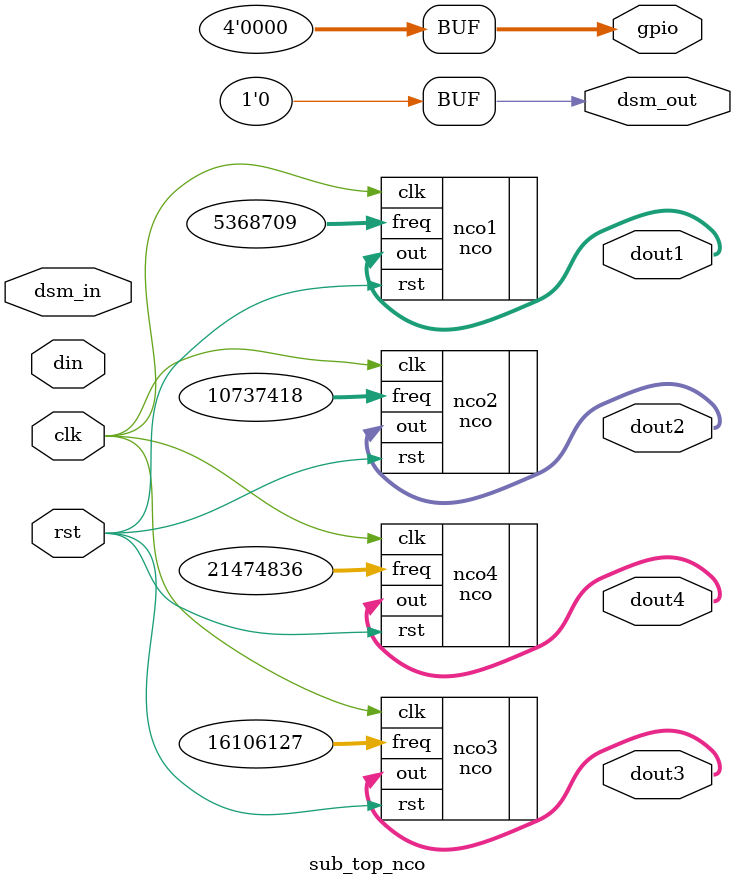
<source format=sv>
module sub_top_nco #(parameter width=16)(
    input clk,rst,
    input signed [width-1:0]din,
    output signed [width-1:0]dout1,dout2,dout3,dout4,
    input dsm_in,
    output dsm_out,
    output [3:0]gpio
    );
    assign gpio=0;
    assign dsm_out=0;
    
    nco #(.width(10)) nco1(
        .clk(clk),
        .rst(rst),
        .freq(268435456/50*1),
        .out(dout1)
    );
    nco #(.width(10)) nco2(
        .clk(clk),
        .rst(rst),
        .freq(268435456/50*2),
        .out(dout2)
    );
    nco #(.width(10)) nco3(
        .clk(clk),
        .rst(rst),
        .freq(268435456/50*3),
        .out(dout3)
    );
    nco #(.width(10)) nco4(
        .clk(clk),
        .rst(rst),
        .freq(268435456/50*4),
        .out(dout4)
    );
endmodule
</source>
